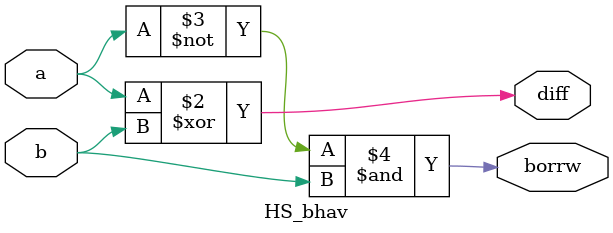
<source format=v>
`timescale 1ns / 1ps


module HS_bhav(a,b,diff,borrw);
input a,b;
output diff,borrw;
reg diff,borrw;

always@(a or b)
begin
diff = a^b;
borrw = (~a) & b;
end

endmodule

</source>
